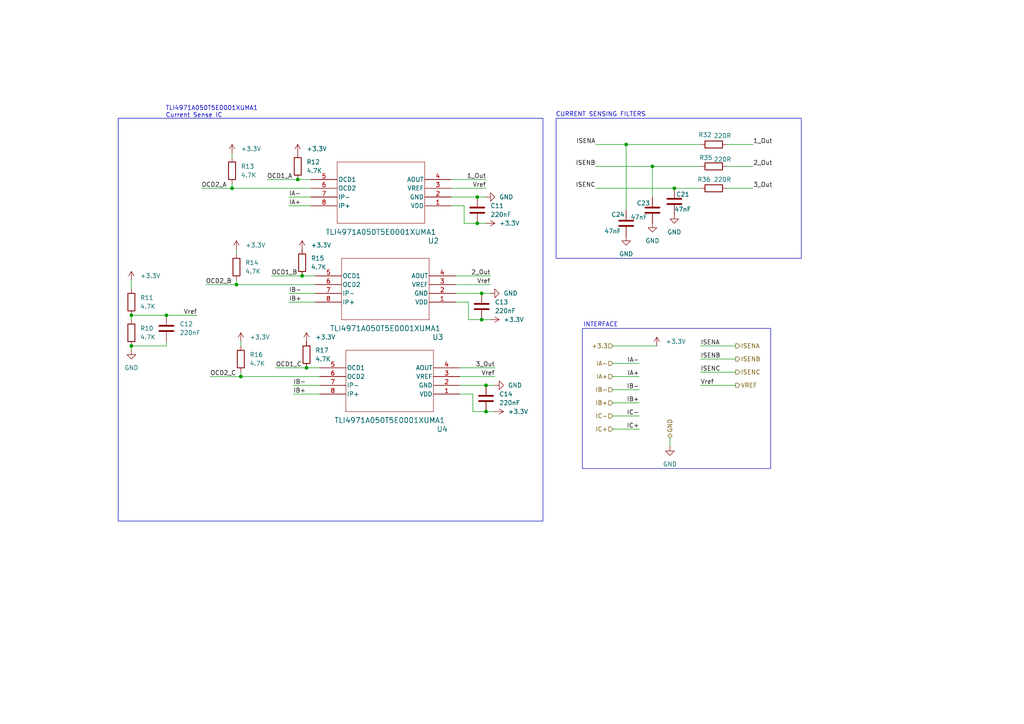
<source format=kicad_sch>
(kicad_sch (version 20250114) (generator "eeschema") (generator_version "9.0")
  (paper "A4")
  (lib_symbols
    (symbol "Current Sense TLI4971A:TLI4971A120T5UE0001XUMA1" (pin_names (offset 0.254))
      (property "Reference" "U" (at 20.32 10.16 0))
      (property "Value" "TLI4971A120T5UE0001XUMA1" (at 20.32 7.62 0))
      (symbol "TLI4971A120T5UE0001XUMA1_0_1"
        (polyline (pts (xy 7.62 5.08) (xy 7.62 -12.7)) (stroke (width 0.127)))
        (polyline (pts (xy 7.62 -12.7) (xy 33.02 -12.7)) (stroke (width 0.127)))
        (polyline (pts (xy 33.02 5.08) (xy 7.62 5.08)) (stroke (width 0.127)))
        (polyline (pts (xy 33.02 -12.7) (xy 33.02 5.08)) (stroke (width 0.127)))
        (pin power_in line (at 0 0 0) (length 7.62) (name "VDD") (number "1"))
        (pin power_in line (at 0 -2.54 0) (length 7.62) (name "GND") (number "2"))
        (pin power_in line (at 0 -5.08 0) (length 7.62) (name "VREF") (number "3"))
        (pin output line (at 0 -7.62 0) (length 7.62) (name "AOUT") (number "4"))
        (pin power_in line (at 40.64 0 180) (length 7.62) (name "IP+") (number "8"))
        (pin power_in line (at 40.64 -2.54 180) (length 7.62) (name "IP-") (number "7"))
        (pin output line (at 40.64 -5.08 180) (length 7.62) (name "OCD2") (number "6"))
        (pin output line (at 40.64 -7.62 180) (length 7.62) (name "OCD1") (number "5"))
      )
    )
    (symbol "Device:C" (pin_numbers (hide yes)) (pin_names (offset 0.254))
      (property "Reference" "C" (at 0.635 2.54 0))
      (property "Value" "C" (at 0.635 -2.54 0))
      (symbol "C_0_1"
        (polyline (pts (xy -2.032 0.762) (xy 2.032 0.762)) (stroke (width 0.508)))
        (polyline (pts (xy -2.032 -0.762) (xy 2.032 -0.762)) (stroke (width 0.508)))
      )
      (symbol "C_1_1"
        (pin passive line (at 0 3.81 270) (length 2.794) (name "~") (number "1"))
        (pin passive line (at 0 -3.81 90) (length 2.794) (name "~") (number "2"))
      )
    )
    (symbol "Device:R" (pin_numbers (hide yes)) (pin_names (offset 0))
      (property "Reference" "R" (at 2.032 0 90))
      (property "Value" "R" (at 0 0 90))
      (symbol "R_0_1"
        (rectangle (start -1.016 -2.54) (end 1.016 2.54) (stroke (width 0.254)))
      )
      (symbol "R_1_1"
        (pin passive line (at 0 3.81 270) (length 1.27) (name "~") (number "1"))
        (pin passive line (at 0 -3.81 90) (length 1.27) (name "~") (number "2"))
      )
    )
    (symbol "power:+3.3V" (power) (pin_numbers (hide yes)) (pin_names (offset 0) (hide yes))
      (property "Value" "+3.3V" (at 0 3.556 0))
      (symbol "+3.3V_0_1"
        (polyline (pts (xy -0.762 1.27) (xy 0 2.54)))
        (polyline (pts (xy 0 2.54) (xy 0.762 1.27)))
        (polyline (pts (xy 0 0) (xy 0 2.54)))
      )
      (symbol "+3.3V_1_1"
        (pin power_in line (at 0 0 90) (length 0) (name "~") (number "1"))
      )
    )
    (symbol "power:GND" (power) (pin_numbers (hide yes)) (pin_names (offset 0) (hide yes))
      (property "Value" "GND" (at 0 -3.81 0))
      (symbol "GND_0_1"
        (polyline (pts (xy 0 0) (xy 0 -1.27) (xy 1.27 -1.27) (xy 0 -2.54) (xy -1.27 -1.27) (xy 0 -1.27)))
      )
      (symbol "GND_1_1"
        (pin power_in line (at 0 0 270) (length 0) (name "~") (number "1"))
      )
    )
  )
  (rectangle (start 168.91 95.25) (end 223.52 135.89))
  (rectangle (start 161.29 34.29) (end 232.41 74.93))
  (rectangle (start 34.29 34.29) (end 157.48 151.13))
  (text "CURRENT SENSING FILTERS" (at 174.244 33.274 0) (effects (font (size 1.27 1.27))))
  (text "INTERFACE" (at 174.244 94.234 0) (effects (font (size 1.27 1.27))))
  (text "TLI4971A050T5E0001XUMA1\nCurrent Sense IC" (at 48.006 32.512 0) (effects (font (size 1.27 1.27)) (justify left)))
  (junction (at 67.31 54.61))
  (junction (at 38.1 91.44))
  (junction (at 140.97 119.38))
  (junction (at 138.43 64.77))
  (junction (at 140.97 111.76))
  (junction (at 87.63 80.01))
  (junction (at 139.7 92.71))
  (junction (at 195.58 54.61))
  (junction (at 68.58 82.55))
  (junction (at 88.9 106.68))
  (junction (at 189.23 48.26))
  (junction (at 86.36 52.07))
  (junction (at 139.7 85.09))
  (junction (at 69.85 109.22))
  (junction (at 138.43 57.15))
  (junction (at 48.26 91.44))
  (junction (at 38.1 100.33))
  (junction (at 181.61 41.91))
  (wire (pts (xy 133.35 106.68) (xy 143.51 106.68)))
  (wire (pts (xy 181.61 41.91) (xy 181.61 60.96)))
  (wire (pts (xy 134.62 59.69) (xy 130.81 59.69)))
  (wire (pts (xy 67.31 54.61) (xy 90.17 54.61)))
  (wire (pts (xy 92.71 111.76) (xy 85.09 111.76)))
  (wire (pts (xy 210.82 54.61) (xy 218.44 54.61)))
  (wire (pts (xy 185.42 120.65) (xy 177.8 120.65)))
  (wire (pts (xy 143.51 111.76) (xy 140.97 111.76)))
  (wire (pts (xy 132.08 80.01) (xy 142.24 80.01)))
  (wire (pts (xy 77.47 52.07) (xy 86.36 52.07)))
  (wire (pts (xy 69.85 107.95) (xy 69.85 109.22)))
  (wire (pts (xy 138.43 64.77) (xy 134.62 64.77)))
  (wire (pts (xy 189.23 48.26) (xy 189.23 57.15)))
  (wire (pts (xy 83.82 87.63) (xy 91.44 87.63)))
  (wire (pts (xy 172.72 48.26) (xy 189.23 48.26)))
  (wire (pts (xy 38.1 100.33) (xy 38.1 101.6)))
  (wire (pts (xy 130.81 52.07) (xy 140.97 52.07)))
  (wire (pts (xy 68.58 81.28) (xy 68.58 82.55)))
  (wire (pts (xy 210.82 41.91) (xy 218.44 41.91)))
  (wire (pts (xy 38.1 91.44) (xy 48.26 91.44)))
  (wire (pts (xy 142.24 92.71) (xy 139.7 92.71)))
  (wire (pts (xy 142.24 85.09) (xy 139.7 85.09)))
  (wire (pts (xy 142.24 82.55) (xy 132.08 82.55)))
  (wire (pts (xy 90.17 59.69) (xy 83.82 59.69)))
  (wire (pts (xy 90.17 57.15) (xy 83.82 57.15)))
  (wire (pts (xy 177.8 100.33) (xy 190.5 100.33)))
  (wire (pts (xy 140.97 54.61) (xy 130.81 54.61)))
  (wire (pts (xy 137.16 119.38) (xy 137.16 114.3)))
  (wire (pts (xy 134.62 64.77) (xy 134.62 59.69)))
  (wire (pts (xy 85.09 114.3) (xy 92.71 114.3)))
  (wire (pts (xy 91.44 80.01) (xy 87.63 80.01)))
  (wire (pts (xy 213.36 100.33) (xy 203.2 100.33)))
  (wire (pts (xy 185.42 116.84) (xy 177.8 116.84)))
  (wire (pts (xy 185.42 105.41) (xy 177.8 105.41)))
  (wire (pts (xy 59.69 82.55) (xy 68.58 82.55)))
  (wire (pts (xy 69.85 99.06) (xy 69.85 100.33)))
  (wire (pts (xy 140.97 111.76) (xy 133.35 111.76)))
  (wire (pts (xy 135.89 92.71) (xy 135.89 87.63)))
  (wire (pts (xy 143.51 109.22) (xy 133.35 109.22)))
  (wire (pts (xy 58.42 54.61) (xy 67.31 54.61)))
  (wire (pts (xy 185.42 109.22) (xy 177.8 109.22)))
  (wire (pts (xy 137.16 114.3) (xy 133.35 114.3)))
  (wire (pts (xy 67.31 53.34) (xy 67.31 54.61)))
  (wire (pts (xy 203.2 111.76) (xy 213.36 111.76)))
  (wire (pts (xy 140.97 57.15) (xy 138.43 57.15)))
  (wire (pts (xy 143.51 119.38) (xy 140.97 119.38)))
  (wire (pts (xy 140.97 119.38) (xy 137.16 119.38)))
  (wire (pts (xy 48.26 99.06) (xy 48.26 100.33)))
  (wire (pts (xy 80.01 106.68) (xy 88.9 106.68)))
  (wire (pts (xy 48.26 91.44) (xy 57.15 91.44)))
  (wire (pts (xy 68.58 82.55) (xy 91.44 82.55)))
  (wire (pts (xy 172.72 54.61) (xy 195.58 54.61)))
  (wire (pts (xy 69.85 109.22) (xy 92.71 109.22)))
  (wire (pts (xy 78.74 80.01) (xy 87.63 80.01)))
  (wire (pts (xy 203.2 48.26) (xy 189.23 48.26)))
  (wire (pts (xy 213.36 107.95) (xy 203.2 107.95)))
  (wire (pts (xy 139.7 85.09) (xy 132.08 85.09)))
  (wire (pts (xy 92.71 106.68) (xy 88.9 106.68)))
  (wire (pts (xy 140.97 64.77) (xy 138.43 64.77)))
  (wire (pts (xy 213.36 104.14) (xy 203.2 104.14)))
  (wire (pts (xy 38.1 81.28) (xy 38.1 83.82)))
  (wire (pts (xy 67.31 44.45) (xy 67.31 45.72)))
  (wire (pts (xy 139.7 92.71) (xy 135.89 92.71)))
  (wire (pts (xy 210.82 48.26) (xy 218.44 48.26)))
  (wire (pts (xy 194.31 127) (xy 194.31 129.54)))
  (wire (pts (xy 38.1 91.44) (xy 38.1 92.71)))
  (wire (pts (xy 185.42 124.46) (xy 177.8 124.46)))
  (wire (pts (xy 90.17 52.07) (xy 86.36 52.07)))
  (wire (pts (xy 172.72 41.91) (xy 181.61 41.91)))
  (wire (pts (xy 135.89 87.63) (xy 132.08 87.63)))
  (wire (pts (xy 203.2 41.91) (xy 181.61 41.91)))
  (wire (pts (xy 68.58 72.39) (xy 68.58 73.66)))
  (wire (pts (xy 83.82 85.09) (xy 91.44 85.09)))
  (wire (pts (xy 185.42 113.03) (xy 177.8 113.03)))
  (wire (pts (xy 38.1 100.33) (xy 48.26 100.33)))
  (wire (pts (xy 138.43 57.15) (xy 130.81 57.15)))
  (wire (pts (xy 195.58 54.61) (xy 203.2 54.61)))
  (wire (pts (xy 60.96 109.22) (xy 69.85 109.22)))
  (label "OCD2_A" (at 58.42 54.61 0))
  (label "OCD2_B" (at 59.69 82.55 0))
  (label "OCD1_C" (at 80.01 106.68 0))
  (label "Vref" (at 203.2 111.76 0))
  (label "Vref" (at 57.15 91.44 180))
  (label "IB-" (at 185.42 113.03 180))
  (label "IA-" (at 185.42 105.41 180))
  (label "OCD1_A" (at 77.47 52.07 0))
  (label "Vref" (at 142.24 82.55 180))
  (label "OCD2_C" (at 60.96 109.22 0))
  (label "3_Out" (at 143.51 106.68 180))
  (label "IA+" (at 185.42 109.22 180))
  (label "ISENB" (at 172.72 48.26 180))
  (label "OCD1_B" (at 78.74 80.01 0))
  (label "2_Out" (at 218.44 48.26 0))
  (label "1_Out" (at 140.97 52.07 180))
  (label "IC+" (at 185.42 124.46 180))
  (label "IA-" (at 83.82 57.15 0))
  (label "ISENB" (at 203.2 104.14 0))
  (label "IB+" (at 83.82 87.63 0))
  (label "ISENA" (at 203.2 100.33 0))
  (label "IB-" (at 83.82 85.09 0))
  (label "3_Out" (at 218.44 54.61 0))
  (label "ISENA" (at 172.72 41.91 180))
  (label "Vref" (at 143.51 109.22 180))
  (label "IB+" (at 85.09 114.3 0))
  (label "ISENC" (at 203.2 107.95 0))
  (label "IB-" (at 85.09 111.76 0))
  (label "1_Out" (at 218.44 41.91 0))
  (label "IA+" (at 83.82 59.69 0))
  (label "Vref" (at 140.97 54.61 180))
  (label "ISENC" (at 172.72 54.61 180))
  (label "IC-" (at 185.42 120.65 180))
  (label "2_Out" (at 142.24 80.01 180))
  (label "IB+" (at 185.42 116.84 180))
  (hierarchical_label "ISENB" (shape output) (at 213.36 104.14 0))
  (hierarchical_label "VREF" (shape output) (at 213.36 111.76 0))
  (hierarchical_label "IB+" (shape input) (at 177.8 116.84 180))
  (hierarchical_label "IC-" (shape input) (at 177.8 120.65 180))
  (hierarchical_label "IC+" (shape input) (at 177.8 124.46 180))
  (hierarchical_label "IA-" (shape input) (at 177.8 105.41 180))
  (hierarchical_label "IB-" (shape input) (at 177.8 113.03 180))
  (hierarchical_label "ISENA" (shape output) (at 213.36 100.33 0))
  (hierarchical_label "GND" (shape bidirectional) (at 194.31 127 90))
  (hierarchical_label "IA+" (shape input) (at 177.8 109.22 180))
  (hierarchical_label "ISENC" (shape output) (at 213.36 107.95 0))
  (hierarchical_label "+3.3" (shape input) (at 177.8 100.33 180))
  (symbol (lib_id "Device:R") (at 86.36 48.26 0) (unit 1)
    (property "Reference" "R12" (at 88.9 46.9899 0) (effects (justify left)))
    (property "Value" "4.7K" (at 88.9 49.5299 0) (effects (justify left)))
    (property "Footprint" "Resistor_SMD:R_0805_2012Metric" (effects (hide yes)))
    (property "Description" "Resistor" (effects (hide yes)))
    (property "Part Number" "CRCW08054K70FKEAC" (effects (hide yes)))
  )
  (symbol (lib_id "Device:C") (at 181.61 64.77 0) (unit 1)
    (property "Reference" "C24" (at 177.292 62.23 0) (effects (justify left)))
    (property "Value" "47nF" (at 175.26 67.056 0) (effects (justify left)))
    (property "Footprint" "Capacitor_SMD:C_0805_2012Metric" (effects (hide yes)))
    (property "Description" "CAP CER 50V" (effects (hide yes)))
    (property "Part Number" "C0805C473K5RACTU" (effects (hide yes)))
  )
  (symbol (lib_id "power:GND") (at 143.51 111.76 90) (unit 1)
    (property "Reference" "#PWR068" (effects (hide yes)))
    (property "Value" "GND" (at 147.32 111.7601 90) (effects (justify right)))
    (property "Description" "Power symbol creates a global label with name \"GND\" , ground" (effects (hide yes)))
  )
  (symbol (lib_id "power:+3.3V") (at 87.63 72.39 0) (unit 1)
    (property "Reference" "#PWR055" (effects (hide yes)))
    (property "Value" "+3.3V" (at 90.17 71.1199 0) (effects (justify left)))
    (property "Description" "Power symbol creates a global label with name \"+3.3V\"" (effects (hide yes)))
  )
  (symbol (lib_id "power:+3.3V") (at 142.24 92.71 270) (unit 1)
    (property "Reference" "#PWR065" (effects (hide yes)))
    (property "Value" "+3.3V" (at 146.05 92.7099 90) (effects (justify left)))
    (property "Description" "Power symbol creates a global label with name \"+3.3V\"" (effects (hide yes)))
  )
  (symbol (lib_id "power:+3.3V") (at 68.58 72.39 0) (unit 1)
    (property "Reference" "#PWR054" (effects (hide yes)))
    (property "Value" "+3.3V" (at 71.12 71.1199 0) (effects (justify left)))
    (property "Description" "Power symbol creates a global label with name \"+3.3V\"" (effects (hide yes)))
  )
  (symbol (lib_id "Device:R") (at 88.9 102.87 0) (unit 1)
    (property "Reference" "R17" (at 91.44 101.5999 0) (effects (justify left)))
    (property "Value" "4.7K" (at 91.44 104.1399 0) (effects (justify left)))
    (property "Footprint" "Resistor_SMD:R_0805_2012Metric" (effects (hide yes)))
    (property "Description" "Resistor" (effects (hide yes)))
    (property "Part Number" "CRCW08054K70FKEAC" (effects (hide yes)))
  )
  (symbol (lib_id "power:+3.3V") (at 86.36 44.45 0) (unit 1)
    (property "Reference" "#PWR053" (effects (hide yes)))
    (property "Value" "+3.3V" (at 88.9 43.1799 0) (effects (justify left)))
    (property "Description" "Power symbol creates a global label with name \"+3.3V\"" (effects (hide yes)))
  )
  (symbol (lib_id "power:+3.3V") (at 69.85 99.06 0) (unit 1)
    (property "Reference" "#PWR066" (effects (hide yes)))
    (property "Value" "+3.3V" (at 72.39 97.7899 0) (effects (justify left)))
    (property "Description" "Power symbol creates a global label with name \"+3.3V\"" (effects (hide yes)))
  )
  (symbol (lib_id "power:GND") (at 181.61 68.58 0) (unit 1)
    (property "Reference" "#PWR057" (effects (hide yes)))
    (property "Value" "GND" (at 181.61 73.66 0))
    (property "Description" "Power symbol creates a global label with name \"GND\" , ground" (effects (hide yes)))
  )
  (symbol (lib_id "power:GND") (at 194.31 129.54 0) (unit 1)
    (property "Reference" "#PWR046" (effects (hide yes)))
    (property "Value" "GND" (at 194.31 134.62 0))
    (property "Description" "Power symbol creates a global label with name \"GND\" , ground" (effects (hide yes)))
  )
  (symbol (lib_id "Device:R") (at 38.1 87.63 0) (unit 1)
    (property "Reference" "R11" (at 40.64 86.3599 0) (effects (justify left)))
    (property "Value" "4.7K" (at 40.64 88.8999 0) (effects (justify left)))
    (property "Footprint" "Resistor_SMD:R_0805_2012Metric" (effects (hide yes)))
    (property "Description" "Resistor" (effects (hide yes)))
    (property "Part Number" "CRCW08054K70FKEAC" (effects (hide yes)))
  )
  (symbol (lib_id "power:GND") (at 195.58 62.23 0) (unit 1)
    (property "Reference" "#PWR059" (effects (hide yes)))
    (property "Value" "GND" (at 195.58 67.31 0))
    (property "Description" "Power symbol creates a global label with name \"GND\" , ground" (effects (hide yes)))
  )
  (symbol (lib_id "power:+3.3V") (at 140.97 64.77 270) (unit 1)
    (property "Reference" "#PWR048" (effects (hide yes)))
    (property "Value" "+3.3V" (at 144.78 64.7699 90) (effects (justify left)))
    (property "Description" "Power symbol creates a global label with name \"+3.3V\"" (effects (hide yes)))
  )
  (symbol (lib_id "Device:R") (at 69.85 104.14 0) (unit 1)
    (property "Reference" "R16" (at 72.39 102.8699 0) (effects (justify left)))
    (property "Value" "4.7K" (at 72.39 105.4099 0) (effects (justify left)))
    (property "Footprint" "Resistor_SMD:R_0805_2012Metric" (effects (hide yes)))
    (property "Description" "Resistor" (effects (hide yes)))
    (property "Part Number" "CRCW08054K70FKEAC" (effects (hide yes)))
  )
  (symbol (lib_id "Device:C") (at 139.7 88.9 0) (unit 1)
    (property "Reference" "C13" (at 143.51 87.6299 0) (effects (justify left)))
    (property "Value" "220nF" (at 143.51 90.1699 0) (effects (justify left)))
    (property "Footprint" "Capacitor_SMD:C_0603_1608Metric_Pad1.08x0.95mm_HandSolder" (effects (hide yes)))
    (property "Description" "Unpolarized capacitor 220nf, 25V" (effects (hide yes)))
    (property "Part Number" "CL21B224KAFNNNE" (effects (hide yes)))
  )
  (symbol (lib_id "Device:R") (at 207.01 41.91 270) (unit 1)
    (property "Reference" "R32" (at 204.47 39.116 90))
    (property "Value" "220R" (at 209.55 39.37 90))
    (property "Footprint" "Resistor_SMD:R_0805_2012Metric" (effects (hide yes)))
    (property "Description" "RES SMD 220 OHM 5% 1/8W 0805" (effects (hide yes)))
    (property "Part Number" "CRGCQ0805F220R" (effects (hide yes)))
  )
  (symbol (lib_id "power:+3.3V") (at 38.1 81.28 0) (unit 1)
    (property "Reference" "#PWR050" (effects (hide yes)))
    (property "Value" "+3.3V" (at 40.64 80.0099 0) (effects (justify left)))
    (property "Description" "Power symbol creates a global label with name \"+3.3V\"" (effects (hide yes)))
  )
  (symbol (lib_id "Device:R") (at 87.63 76.2 0) (unit 1)
    (property "Reference" "R15" (at 90.17 74.9299 0) (effects (justify left)))
    (property "Value" "4.7K" (at 90.17 77.4699 0) (effects (justify left)))
    (property "Footprint" "Resistor_SMD:R_0805_2012Metric" (effects (hide yes)))
    (property "Description" "Resistor" (effects (hide yes)))
    (property "Part Number" "CRCW08054K70FKEAC" (effects (hide yes)))
  )
  (symbol (lib_id "Device:C") (at 195.58 58.42 0) (unit 1)
    (property "Reference" "C21" (at 196.088 56.388 0) (effects (justify left)))
    (property "Value" "47nF" (at 195.58 60.706 0) (effects (justify left)))
    (property "Footprint" "Capacitor_SMD:C_0805_2012Metric" (effects (hide yes)))
    (property "Description" "CAP CER 50V" (effects (hide yes)))
    (property "Part Number" "C0805C473K5RACTU" (effects (hide yes)))
  )
  (symbol (lib_id "Device:C") (at 189.23 60.96 0) (unit 1)
    (property "Reference" "C23" (at 184.658 58.928 0) (effects (justify left)))
    (property "Value" "47nF" (at 182.88 62.992 0) (effects (justify left)))
    (property "Footprint" "Capacitor_SMD:C_0805_2012Metric" (effects (hide yes)))
    (property "Description" "CAP CER 50V" (effects (hide yes)))
    (property "Part Number" "C0805C473K5RACTU" (effects (hide yes)))
  )
  (symbol (lib_id "power:GND") (at 189.23 64.77 0) (unit 1)
    (property "Reference" "#PWR058" (effects (hide yes)))
    (property "Value" "GND" (at 189.23 69.85 0))
    (property "Description" "Power symbol creates a global label with name \"GND\" , ground" (effects (hide yes)))
  )
  (symbol (lib_id "power:+3.3V") (at 67.31 44.45 0) (unit 1)
    (property "Reference" "#PWR052" (effects (hide yes)))
    (property "Value" "+3.3V" (at 69.85 43.1799 0) (effects (justify left)))
    (property "Description" "Power symbol creates a global label with name \"+3.3V\"" (effects (hide yes)))
  )
  (symbol (lib_id "power:+3.3V") (at 88.9 99.06 0) (unit 1)
    (property "Reference" "#PWR067" (effects (hide yes)))
    (property "Value" "+3.3V" (at 91.44 97.7899 0) (effects (justify left)))
    (property "Description" "Power symbol creates a global label with name \"+3.3V\"" (effects (hide yes)))
  )
  (symbol (lib_id "power:+3.3V") (at 143.51 119.38 270) (unit 1)
    (property "Reference" "#PWR069" (effects (hide yes)))
    (property "Value" "+3.3V" (at 147.32 119.3799 90) (effects (justify left)))
    (property "Description" "Power symbol creates a global label with name \"+3.3V\"" (effects (hide yes)))
  )
  (symbol (lib_id "Device:C") (at 140.97 115.57 0) (unit 1)
    (property "Reference" "C14" (at 144.78 114.2999 0) (effects (justify left)))
    (property "Value" "220nF" (at 144.78 116.8399 0) (effects (justify left)))
    (property "Footprint" "Capacitor_SMD:C_0603_1608Metric_Pad1.08x0.95mm_HandSolder" (effects (hide yes)))
    (property "Description" "Unpolarized capacitor 220nf, 25V" (effects (hide yes)))
    (property "Part Number" "CL21B224KAFNNNE" (effects (hide yes)))
  )
  (symbol (lib_id "Device:R") (at 207.01 48.26 270) (unit 1)
    (property "Reference" "R35" (at 204.724 45.72 90))
    (property "Value" "220R" (at 209.55 46.228 90))
    (property "Footprint" "Resistor_SMD:R_0805_2012Metric" (effects (hide yes)))
    (property "Description" "RES SMD 220 OHM 5% 1/8W 0805" (effects (hide yes)))
    (property "Part Number" "CRGCQ0805F220R" (effects (hide yes)))
  )
  (symbol (lib_id "power:GND") (at 140.97 57.15 90) (unit 1)
    (property "Reference" "#PWR049" (effects (hide yes)))
    (property "Value" "GND" (at 144.78 57.1501 90) (effects (justify right)))
    (property "Description" "Power symbol creates a global label with name \"GND\" , ground" (effects (hide yes)))
  )
  (symbol (lib_id "Device:R") (at 68.58 77.47 0) (unit 1)
    (property "Reference" "R14" (at 71.12 76.1999 0) (effects (justify left)))
    (property "Value" "4.7K" (at 71.12 78.7399 0) (effects (justify left)))
    (property "Footprint" "Resistor_SMD:R_0805_2012Metric" (effects (hide yes)))
    (property "Description" "Resistor" (effects (hide yes)))
    (property "Part Number" "CRCW08054K70FKEAC" (effects (hide yes)))
  )
  (symbol (lib_id "Device:R") (at 207.01 54.61 270) (unit 1)
    (property "Reference" "R36" (at 204.216 52.07 90))
    (property "Value" "220R" (at 209.55 52.07 90))
    (property "Footprint" "Resistor_SMD:R_0805_2012Metric" (effects (hide yes)))
    (property "Description" "RES SMD 220 OHM 5% 1/8W 0805" (effects (hide yes)))
    (property "Part Number" "CRGCQ0805F220R" (effects (hide yes)))
  )
  (symbol (lib_id "Device:R") (at 38.1 96.52 0) (unit 1)
    (property "Reference" "R10" (at 40.64 95.2499 0) (effects (justify left)))
    (property "Value" "4.7K" (at 40.64 97.7899 0) (effects (justify left)))
    (property "Footprint" "Resistor_SMD:R_0805_2012Metric" (effects (hide yes)))
    (property "Description" "Resistor" (effects (hide yes)))
    (property "Part Number" "CRCW08054K70FKEAC" (effects (hide yes)))
  )
  (symbol (lib_id "power:GND") (at 38.1 101.6 0) (unit 1)
    (property "Reference" "#PWR051" (effects (hide yes)))
    (property "Value" "GND" (at 38.1 106.68 0))
    (property "Description" "Power symbol creates a global label with name \"GND\" , ground" (effects (hide yes)))
  )
  (symbol (lib_id "Current Sense TLI4971A:TLI4971A120T5UE0001XUMA1") (at 130.81 59.69 180) (unit 1)
    (property "Reference" "U2" (at 125.73 69.85 0) (effects (font (size 1.524 1.524))))
    (property "Value" "TLI4971A050T5E0001XUMA1" (at 110.49 67.31 0) (effects (font (size 1.524 1.524))))
    (property "Footprint" "Current Sense IC TLI4971A:PG-TISON-8-5" (effects (hide yes)))
    (property "Datasheet" "TLI4971A050T5E0001XUMA1" (effects (hide yes)))
  )
  (symbol (lib_id "Current Sense TLI4971A:TLI4971A120T5UE0001XUMA1") (at 132.08 87.63 180) (unit 1)
    (property "Reference" "U3" (at 127 97.79 0) (effects (font (size 1.524 1.524))))
    (property "Value" "TLI4971A050T5E0001XUMA1" (at 111.76 95.25 0) (effects (font (size 1.524 1.524))))
    (property "Footprint" "Current Sense IC TLI4971A:PG-TISON-8-5" (effects (hide yes)))
    (property "Datasheet" "TLI4971A050T5E0001XUMA1" (effects (hide yes)))
  )
  (symbol (lib_id "power:+3.3V") (at 190.5 100.33 0) (unit 1)
    (property "Reference" "#PWR047" (effects (hide yes)))
    (property "Value" "+3.3V" (at 193.04 99.0599 0) (effects (justify left)))
    (property "Description" "Power symbol creates a global label with name \"+3.3V\"" (effects (hide yes)))
  )
  (symbol (lib_id "Device:C") (at 48.26 95.25 0) (unit 1)
    (property "Reference" "C12" (at 52.07 93.9799 0) (effects (justify left)))
    (property "Value" "220nF" (at 52.07 96.5199 0) (effects (justify left)))
    (property "Footprint" "Capacitor_SMD:C_0603_1608Metric_Pad1.08x0.95mm_HandSolder" (effects (hide yes)))
    (property "Description" "Unpolarized capacitor 220nf, 25V" (effects (hide yes)))
  )
  (symbol (lib_id "Device:R") (at 67.31 49.53 0) (unit 1)
    (property "Reference" "R13" (at 69.85 48.2599 0) (effects (justify left)))
    (property "Value" "4.7K" (at 69.85 50.7999 0) (effects (justify left)))
    (property "Footprint" "Capacitor_SMD:C_0603_1608Metric_Pad1.08x0.95mm_HandSolder" (effects (hide yes)))
    (property "Description" "Resistor" (effects (hide yes)))
    (property "Part Number" "CRCW08054K70FKEAC" (effects (hide yes)))
  )
  (symbol (lib_id "power:GND") (at 142.24 85.09 90) (unit 1)
    (property "Reference" "#PWR056" (effects (hide yes)))
    (property "Value" "GND" (at 146.05 85.0901 90) (effects (justify right)))
    (property "Description" "Power symbol creates a global label with name \"GND\" , ground" (effects (hide yes)))
  )
  (symbol (lib_id "Device:C") (at 138.43 60.96 0) (unit 1)
    (property "Reference" "C11" (at 142.24 59.6899 0) (effects (justify left)))
    (property "Value" "220nF" (at 142.24 62.2299 0) (effects (justify left)))
    (property "Footprint" "Capacitor_SMD:C_0603_1608Metric_Pad1.08x0.95mm_HandSolder" (effects (hide yes)))
    (property "Description" "Unpolarized capacitor 220nf, 25V" (effects (hide yes)))
    (property "Part Number" "CL21B224KAFNNNE" (effects (hide yes)))
  )
  (symbol (lib_id "Current Sense TLI4971A:TLI4971A120T5UE0001XUMA1") (at 133.35 114.3 180) (unit 1)
    (property "Reference" "U4" (at 128.27 124.46 0) (effects (font (size 1.524 1.524))))
    (property "Value" "TLI4971A050T5E0001XUMA1" (at 113.03 121.92 0) (effects (font (size 1.524 1.524))))
    (property "Footprint" "Current Sense IC TLI4971A:PG-TISON-8-5" (effects (hide yes)))
    (property "Datasheet" "TLI4971A050T5E0001XUMA1" (effects (hide yes)))
  )
)
</source>
